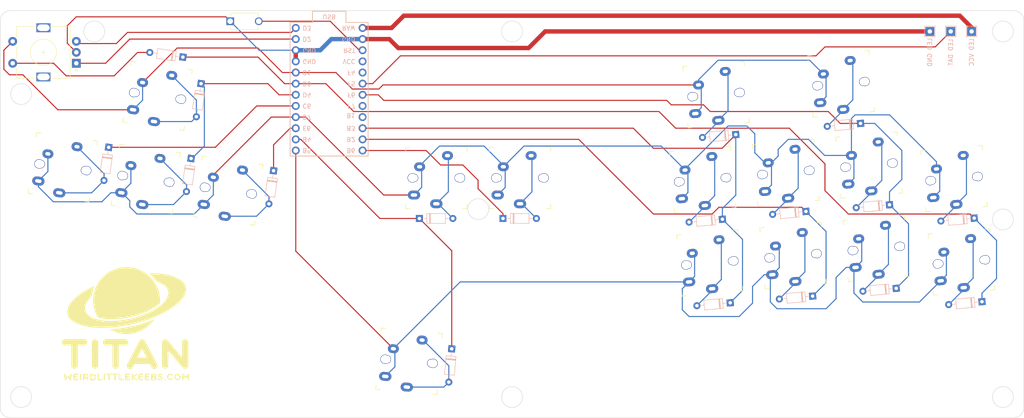
<source format=kicad_pcb>
(kicad_pcb (version 20211014) (generator pcbnew)
  (layers (0 "F.Cu" signal) (31 "B.Cu" signal) (34 "B.Paste" user) (35 "F.Paste" user) (36 "B.SilkS" user "B.Silkscreen") (37 "F.SilkS" user "F.Silkscreen") (38 "B.Mask" user) (39 "F.Mask" user) (44 "Edge.Cuts" user))
  (net 0 "")
  (net 1 "COL0")
  (net 2 "Net-(D1-Pad2)")
  (net 3 "COL1")
  (net 4 "Net-(D7-Pad2)")
  (net 5 "COL2")
  (net 6 "Net-(D11-Pad2)")
  (net 7 "COL3")
  (net 8 "Net-(D16-Pad2)")
  (net 9 "Net-(D17-Pad2)")
  (net 10 "COL4")
  (net 11 "Net-(D20-Pad2)")
  (net 12 "COL5")
  (net 13 "Net-(D24-Pad2)")
  (net 14 "Net-(D25-Pad2)")
  (net 15 "Net-(D26-Pad2)")
  (net 16 "COL6")
  (net 17 "Net-(D29-Pad2)")
  (net 18 "Net-(D30-Pad2)")
  (net 19 "COL7")
  (net 20 "Net-(D32-Pad2)")
  (net 21 "Net-(D33-Pad2)")
  (net 22 "Net-(D34-Pad2)")
  (net 23 "COL8")
  (net 24 "Net-(D37-Pad2)")
  (net 25 "Net-(D38-Pad2)")
  (net 26 "COL9")
  (net 27 "GND")
  (net 28 "+5V")
  (net 29 "LED_DAT")
  (net 30 "RESET")
  (net 31 "ROW0")
  (net 32 "ROW2")
  (net 33 "ROW1")
  (net 34 "ROW3")
  (net 35 "ENC_A")
  (net 36 "ENC_B")
  (net 39 "Net-(D3-Pad2)")
  (net 40 "Net-(D2-Pad2)")
  (footprint "FOOTPRINTS:CherryMX_Choc_1u" (layer "F.Cu") (at 94.869 81.534 -8)
    (fp_text reference "SW12" hide)
    (fp_text value "RIGHT" hide)
  )
  (footprint "FOOTPRINTS:CherryMX_Choc_1u" (layer "F.Cu") (at 136.0678 120.4468 -5)
    (fp_text reference "SW18" hide)
    (fp_text value "JUMP" hide)
  )
  (footprint "FOOTPRINTS:ProMicro" (layer "F.Cu") (at 117.856 58.42 -90)
    (fp_text reference "U1" hide)
    (fp_text value "ProMicro")
  )
  (footprint "FOOTPRINTS:1825965-1" (layer "F.Cu") (at 101.8032 42.926)
    (fp_text reference "SW1")
    (fp_text value "RESET")
  )
  (footprint "FOOTPRINTS:CherryMX_Choc_1u" (layer "F.Cu") (at 234.5436 57.15 5)
    (fp_text reference "SW33" hide)
    (fp_text value "R1" hide)
  )
  (footprint "FOOTPRINTS:CherryMX_Choc_1u" (layer "F.Cu") (at 242.5954 94.7166 5)
    (fp_text reference "SW35" hide)
    (fp_text value "C" hide)
  )
  (footprint "FOOTPRINTS:CherryMX_Choc_1u" (layer "F.Cu") (at 142.2908 78.6384)
    (fp_text reference "SW17" hide)
    (fp_text value "ESC" hide)
  )
  (footprint "Rotary_Encoder:RotaryEncoder_Alps_EC11E-Switch_Vertical_H20mm" (layer "F.Cu") (at 60.209 52.50625 180)
    (fp_text reference "SW4")
    (fp_text value "RotaryEncoder_Switch")
  )
  (footprint "FOOTPRINTS:CherryMX_Choc_1u" (layer "F.Cu") (at 76.073 78.867 -8)
    (fp_text reference "SW8" hide)
    (fp_text value "DWN" hide)
  )
  (footprint "FOOTPRINTS:CherryMX_Choc_1u" (layer "F.Cu") (at 262.001 97.7646 5)
    (fp_text reference "SW39" hide)
    (fp_text value "R2" hide)
  )
  (footprint "FOOTPRINTS:CherryMX_Choc_1u" (layer "F.Cu") (at 202.9968 79.0448 5)
    (fp_text reference "SW26" hide)
    (fp_text value "X" hide)
  )
  (footprint "FOOTPRINTS:CherryMX_Choc_1u" (layer "F.Cu") (at 260.3246 78.7908 5)
    (fp_text reference "SW38" hide)
    (fp_text value "L2" hide)
  )
  (footprint "FOOTPRINTS:CherryMX_Choc_1u" (layer "F.Cu") (at 161.3662 78.6384)
    (fp_text reference "SW21" hide)
    (fp_text value "ENT" hide)
  )
  (footprint "FOOTPRINTS:CherryMX_Choc_1u" (layer "F.Cu") (at 206.0702 59.6392 5)
    (fp_text reference "SW25" hide)
    (fp_text value "L1" hide)
  )
  (footprint "FOOTPRINTS:LOGO M" (layer "F.Cu") (at 71.4375 111.91875)
    (fp_text reference "G***")
    (fp_text value "LOGO" hide)
  )
  (footprint "FOOTPRINTS:CherryMX_Choc_1u" (layer "F.Cu") (at 57.15 76.2 -8)
    (fp_text reference "SW2" hide)
    (fp_text value "LEFT" hide)
  )
  (footprint "FOOTPRINTS:CherryMX_Choc_1u" (layer "F.Cu") (at 204.6478 98.0186 5)
    (fp_text reference "SW27" hide)
    (fp_text value "A" hide)
  )
  (footprint "FOOTPRINTS:CherryMX_Choc_1u" (layer "F.Cu") (at 78.74 59.944 -8)
    (fp_text reference "SW3" hide)
    (fp_text value "UP" hide)
  )
  (footprint "FOOTPRINTS:CherryMX_Choc_1u" (layer "F.Cu") (at 223.6216 96.3676 5)
    (fp_text reference "SW31" hide)
    (fp_text value "B" hide)
  )
  (footprint "FOOTPRINTS:CherryMX_Choc_1u" (layer "F.Cu") (at 240.9444 75.7174 5)
    (fp_text reference "SW34" hide)
    (fp_text value "Z" hide)
  )
  (footprint "FOOTPRINTS:CherryMX_Choc_1u" (layer "F.Cu") (at 221.9706 77.3938 5)
    (fp_text reference "SW30" hide)
    (fp_text value "Y" hide)
  )
  (footprint "Diode_THT:D_DO-35_SOD27_P7.62mm_Horizontal" (layer "B.Cu") (at 157.48 87.884)
    (fp_text reference "D20")
    (fp_text value "D")
  )
  (footprint "Diode_THT:D_DO-35_SOD27_P7.62mm_Horizontal" (layer "B.Cu") (at 266.685502 106.855937 -175)
    (fp_text reference "D38")
    (fp_text value "D")
  )
  (footprint "Diode_THT:D_DO-35_SOD27_P7.62mm_Horizontal" (layer "B.Cu") (at 105.17825 76.999079 -98)
    (fp_text reference "D11")
    (fp_text value "D")
  )
  (footprint "TestPoint:TestPoint_THTPad_2.0x2.0mm_Drill1.0mm" (layer "B.Cu") (at 259.55625 45.24375 180)
    (fp_text reference "J2")
    (fp_text value "LED DAT")
  )
  (footprint "Diode_THT:D_DO-35_SOD27_P7.62mm_Horizontal" (layer "B.Cu") (at 138.43 87.884)
    (fp_text reference "D16")
    (fp_text value "D")
  )
  (footprint "Diode_THT:D_DO-35_SOD27_P7.62mm_Horizontal" (layer "B.Cu") (at 226.553502 86.281937 -175)
    (fp_text reference "D29")
    (fp_text value "D")
  )
  (footprint "Diode_THT:D_DO-35_SOD27_P7.62mm_Horizontal" (layer "B.Cu") (at 247.127502 103.807937 -175)
    (fp_text reference "D34")
    (fp_text value "D")
  )
  (footprint "Diode_THT:D_DO-35_SOD27_P7.62mm_Horizontal" (layer "B.Cu") (at 209.281502 107.109937 -175)
    (fp_text reference "D26")
    (fp_text value "D")
  )
  (footprint "Diode_THT:D_DO-35_SOD27_P7.62mm_Horizontal" (layer "B.Cu") (at 210.551502 68.755937 -175)
    (fp_text reference "D24")
    (fp_text value "D")
  )
  (footprint "Diode_THT:D_DO-35_SOD27_P7.62mm_Horizontal" (layer "B.Cu") (at 88.646 57.15 -98)
    (fp_text reference "D2")
    (fp_text value "D")
  )
  (footprint "Diode_THT:D_DO-35_SOD27_P7.62mm_Horizontal" (layer "B.Cu") (at 84.507843 51.098499 172)
    (fp_text reference "D3")
    (fp_text value "D")
  )
  (footprint "Diode_THT:D_DO-35_SOD27_P7.62mm_Horizontal" (layer "B.Cu") (at 238.999502 66.215937 -175)
    (fp_text reference "D32")
    (fp_text value "D")
  )
  (footprint "Diode_THT:D_DO-35_SOD27_P7.62mm_Horizontal" (layer "B.Cu") (at 86.38225 74.205079 -98)
    (fp_text reference "D7")
    (fp_text value "D")
  )
  (footprint "TestPoint:TestPoint_THTPad_2.0x2.0mm_Drill1.0mm" (layer "B.Cu") (at 264.31875 45.24375 180)
    (fp_text reference "J1")
    (fp_text value "LED VCC")
  )
  (footprint "TestPoint:TestPoint_THTPad_2.0x2.0mm_Drill1.0mm" (layer "B.Cu") (at 254.79375 45.24375 180)
    (fp_text reference "J3")
    (fp_text value "LED GND")
  )
  (footprint "Diode_THT:D_DO-35_SOD27_P7.62mm_Horizontal" (layer "B.Cu") (at 228.077502 105.585936 -175)
    (fp_text reference "D30")
    (fp_text value "D")
  )
  (footprint "Diode_THT:D_DO-35_SOD27_P7.62mm_Horizontal" (layer "B.Cu") (at 145.796 117.602 -95)
    (fp_text reference "D17")
    (fp_text value "D")
  )
  (footprint "Diode_THT:D_DO-35_SOD27_P7.62mm_Horizontal" (layer "B.Cu") (at 264.907502 87.805937 -175)
    (fp_text reference "D37")
    (fp_text value "D")
  )
  (footprint "Diode_THT:D_DO-35_SOD27_P7.62mm_Horizontal" (layer "B.Cu") (at 207.503502 88.059937 -175)
    (fp_text reference "D25")
    (fp_text value "D")
  )
  (footprint "Diode_THT:D_DO-35_SOD27_P7.62mm_Horizontal" (layer "B.Cu") (at 67.58625 71.665079 -98)
    (fp_text reference "D1")
    (fp_text value "D")
  )
  (footprint "Diode_THT:D_DO-35_SOD27_P7.62mm_Horizontal" (layer "B.Cu") (at 245.603502 84.757937 -175)
    (fp_text reference "D33")
    (fp_text value "D")
  )
  (gr_arc (start 273.84375 40.48125) (mid 275.527548 41.178702) (end 276.225 42.8625) (layer "Edge.Cuts") (width 0.1))
  (gr_circle (center 47.625 59.53125) (end 50.0062 59.5313) (layer "Edge.Cuts") (width 0.1) (fill none))
  (gr_circle (center 47.625 128.5875) (end 50.0062 128.58755) (layer "Edge.Cuts") (width 0.1) (fill none))
  (gr_circle (center 271.4625 128.5875) (end 273.8437 128.58755) (layer "Edge.Cuts") (width 0.1) (fill none))
  (gr_circle (center 151.8412 85.7504) (end 154.2224 85.75045) (layer "Edge.Cuts") (width 0.1) (fill none))
  (gr_circle (center 64.29375 45.24375) (end 66.67495 45.2438) (layer "Edge.Cuts") (width 0.1) (fill none))
  (gr_line (start 273.84375 133.35) (end 45.24375 133.35) (layer "Edge.Cuts") (width 0.1))
  (gr_line (start 42.8625 130.96875) (end 42.8625 42.8625) (layer "Edge.Cuts") (width 0.1))
  (gr_circle (center 159.54375 45.24375) (end 161.92495 45.2438) (layer "Edge.Cuts") (width 0.1) (fill none))
  (gr_line (start 45.24375 40.48125) (end 273.84375 40.48125) (layer "Edge.Cuts") (width 0.1))
  (gr_line (start 276.225 42.8625) (end 276.225 130.96875) (layer "Edge.Cuts") (width 0.1))
  (gr_circle (center 159.54375 128.5875) (end 161.92495 128.58755) (layer "Edge.Cuts") (width 0.1) (fill none))
  (gr_arc (start 45.24375 133.35) (mid 43.559952 132.652548) (end 42.8625 130.96875) (layer "Edge.Cuts") (width 0.1))
  (gr_circle (center 271.46245 88.10625) (end 273.84365 88.1063) (layer "Edge.Cuts") (width 0.1) (fill none))
  (gr_arc (start 42.8625 42.8625) (mid 43.559952 41.178702) (end 45.24375 40.48125) (layer "Edge.Cuts") (width 0.1))
  (gr_arc (start 276.225 130.96875) (mid 275.527548 132.652548) (end 273.84375 133.35) (layer "Edge.Cuts") (width 0.1))
  (gr_circle (center 271.4625 45.24375) (end 273.8437 45.2438) (layer "Edge.Cuts") (width 0.1) (fill none))
  (segment (start 67.58625 71.665079) (end 91.910921 71.665079) (width 0.25) (layer "F.Cu") (net 1))
  (segment (start 101.346 62.23) (end 110.236 62.23) (width 0.25) (layer "F.Cu") (net 1))
  (segment (start 91.910921 71.665079) (end 101.346 62.23) (width 0.25) (layer "F.Cu") (net 1))
  (segment (start 56.328879 82.042582) (end 63.694091 82.042582) (width 0.25) (layer "B.Cu") (net 2))
  (segment (start 66.525751 77.676409) (end 66.525751 79.210922) (width 0.25) (layer "B.Cu") (net 2))
  (segment (start 60.37228 71.522938) (end 66.525751 77.676409) (width 0.25) (layer "B.Cu") (net 2))
  (segment (start 63.694091 82.042582) (end 66.525751 79.210922) (width 0.25) (layer "B.Cu") (net 2))
  (segment (start 103.886 57.15) (end 106.426 59.69) (width 0.25) (layer "F.Cu") (net 3))
  (segment (start 106.426 59.69) (end 110.236 59.69) (width 0.25) (layer "F.Cu") (net 3))
  (segment (start 88.646 57.15) (end 103.886 57.15) (width 0.25) (layer "F.Cu") (net 3))
  (segment (start 86.576921 74.205079) (end 89.408 71.374) (width 0.25) (layer "B.Cu") (net 3))
  (segment (start 86.38225 74.205079) (end 86.576921 74.205079) (width 0.25) (layer "B.Cu") (net 3))
  (segment (start 89.408 57.912) (end 88.646 57.15) (width 0.25) (layer "B.Cu") (net 3))
  (segment (start 89.408 71.374) (end 89.408 57.912) (width 0.25) (layer "B.Cu") (net 3))
  (segment (start 82.363091 84.709582) (end 85.321751 81.750922) (width 0.25) (layer "B.Cu") (net 4))
  (segment (start 79.29528 74.189938) (end 85.321751 80.216409) (width 0.25) (layer "B.Cu") (net 4))
  (segment (start 85.321751 80.216409) (end 85.321751 81.750922) (width 0.25) (layer "B.Cu") (net 4))
  (segment (start 75.251879 84.709582) (end 82.363091 84.709582) (width 0.25) (layer "B.Cu") (net 4))
  (segment (start 105.17825 76.999079) (end 105.17825 71.09775) (width 0.25) (layer "F.Cu") (net 5))
  (segment (start 108.966 67.31) (end 110.236 67.31) (width 0.25) (layer "F.Cu") (net 5))
  (segment (start 105.17825 71.09775) (end 108.966 67.31) (width 0.25) (layer "F.Cu") (net 5))
  (segment (start 101.286091 87.376582) (end 104.117751 84.544922) (width 0.25) (layer "B.Cu") (net 6))
  (segment (start 94.047879 87.376582) (end 101.286091 87.376582) (width 0.25) (layer "B.Cu") (net 6))
  (segment (start 98.09128 76.856938) (end 104.117751 82.883409) (width 0.25) (layer "B.Cu") (net 6))
  (segment (start 104.117751 82.883409) (end 104.117751 84.544922) (width 0.25) (layer "B.Cu") (net 6))
  (segment (start 110.236 69.85) (end 111.385099 69.85) (width 0.25) (layer "F.Cu") (net 7))
  (segment (start 129.419099 87.884) (end 138.43 87.884) (width 0.25) (layer "F.Cu") (net 7))
  (segment (start 111.385099 69.85) (end 129.419099 87.884) (width 0.25) (layer "F.Cu") (net 7))
  (segment (start 145.796 95.25) (end 138.43 87.884) (width 0.25) (layer "F.Cu") (net 7))
  (segment (start 145.796 117.602) (end 145.796 95.25) (width 0.25) (layer "F.Cu") (net 7))
  (segment (start 144.8308 73.5584) (end 145.034 73.7616) (width 0.25) (layer "B.Cu") (net 8))
  (segment (start 142.7044 84.5384) (end 142.2908 84.5384) (width 0.25) (layer "B.Cu") (net 8))
  (segment (start 145.034 81.7952) (end 142.2908 84.5384) (width 0.25) (layer "B.Cu") (net 8))
  (segment (start 146.05 87.884) (end 142.7044 84.5384) (width 0.25) (layer "B.Cu") (net 8))
  (segment (start 145.034 73.7616) (end 145.034 81.7952) (width 0.25) (layer "B.Cu") (net 8))
  (segment (start 145.131873 121.471234) (end 145.131873 125.193004) (width 0.25) (layer "B.Cu") (net 9))
  (segment (start 144.000528 126.324349) (end 145.131873 125.193004) (width 0.25) (layer "B.Cu") (net 9))
  (segment (start 135.553581 126.324349) (end 144.000528 126.324349) (width 0.25) (layer "B.Cu") (net 9))
  (segment (start 139.040886 115.607507) (end 139.268146 115.607507) (width 0.25) (layer "B.Cu") (net 9))
  (segment (start 139.268146 115.607507) (end 145.131873 121.471234) (width 0.25) (layer "B.Cu") (net 9))
  (segment (start 143.256 75.692) (end 148.336 75.692) (width 0.25) (layer "F.Cu") (net 10))
  (segment (start 148.336 75.692) (end 151.804983 79.160983) (width 0.25) (layer "F.Cu") (net 10))
  (segment (start 151.804983 79.160983) (end 151.804983 81.110161) (width 0.25) (layer "F.Cu") (net 10))
  (segment (start 139.954 72.39) (end 143.256 75.692) (width 0.25) (layer "F.Cu") (net 10))
  (segment (start 151.804983 81.110161) (end 157.48 86.785178) (width 0.25) (layer "F.Cu") (net 10))
  (segment (start 157.48 86.785178) (end 157.48 87.884) (width 0.25) (layer "F.Cu") (net 10))
  (segment (start 125.476 72.39) (end 139.954 72.39) (width 0.25) (layer "F.Cu") (net 10))
  (segment (start 161.7544 84.5384) (end 161.3662 84.5384) (width 0.25) (layer "B.Cu") (net 11))
  (segment (start 164.084 73.7362) (end 164.084 81.8206) (width 0.25) (layer "B.Cu") (net 11))
  (segment (start 164.084 81.8206) (end 161.3662 84.5384) (width 0.25) (layer "B.Cu") (net 11))
  (segment (start 165.1 87.884) (end 161.7544 84.5384) (width 0.25) (layer "B.Cu") (net 11))
  (segment (start 163.9062 73.5584) (end 164.084 73.7362) (width 0.25) (layer "B.Cu") (net 11))
  (segment (start 187.198 67.31) (end 191.77 71.882) (width 0.25) (layer "F.Cu") (net 12))
  (segment (start 191.77 71.882) (end 207.425439 71.882) (width 0.25) (layer "F.Cu") (net 12))
  (segment (start 125.476 67.31) (end 187.198 67.31) (width 0.25) (layer "F.Cu") (net 12))
  (segment (start 207.425439 71.882) (end 210.551502 68.755937) (width 0.25) (layer "F.Cu") (net 12))
  (segment (start 212.09 92.646435) (end 207.503502 88.059937) (width 0.25) (layer "B.Cu") (net 12))
  (segment (start 210.551502 68.755937) (end 210.551502 82.564498) (width 0.25) (layer "B.Cu") (net 12))
  (segment (start 207.503502 85.612498) (end 207.503502 88.059937) (width 0.25) (layer "B.Cu") (net 12))
  (segment (start 212.09 104.301439) (end 212.09 92.646435) (width 0.25) (layer "B.Cu") (net 12))
  (segment (start 209.281502 107.109937) (end 212.09 104.301439) (width 0.25) (layer "B.Cu") (net 12))
  (segment (start 210.551502 82.564498) (end 207.503502 85.612498) (width 0.25) (layer "B.Cu") (net 12))
  (segment (start 202.960498 69.420064) (end 206.584419 65.796143) (width 0.25) (layer "B.Cu") (net 13))
  (segment (start 208.788 63.313168) (end 206.584419 65.516749) (width 0.25) (layer "B.Cu") (net 13))
  (segment (start 208.157783 54.357155) (end 208.788 54.987372) (width 0.25) (layer "B.Cu") (net 13))
  (segment (start 206.584419 65.796143) (end 206.584419 65.516749) (width 0.25) (layer "B.Cu") (net 13))
  (segment (start 208.788 54.987372) (end 208.788 63.313168) (width 0.25) (layer "B.Cu") (net 13))
  (segment (start 205.084383 73.762755) (end 205.74 74.418372) (width 0.25) (layer "B.Cu") (net 14))
  (segment (start 199.912498 88.724064) (end 203.511019 85.125543) (width 0.25) (layer "B.Cu") (net 14))
  (segment (start 205.74 74.418372) (end 205.74 82.693368) (width 0.25) (layer "B.Cu") (net 14))
  (segment (start 203.511019 85.125543) (end 203.511019 84.922349) (width 0.25) (layer "B.Cu") (net 14))
  (segment (start 205.74 82.693368) (end 203.511019 84.922349) (width 0.25) (layer "B.Cu") (net 14))
  (segment (start 207.264 101.794168) (end 205.162019 103.896149) (width 0.25) (layer "B.Cu") (net 15))
  (segment (start 207.264 93.265172) (end 207.264 101.794168) (width 0.25) (layer "B.Cu") (net 15))
  (segment (start 205.162019 104.302543) (end 205.162019 103.896149) (width 0.25) (layer "B.Cu") (net 15))
  (segment (start 201.690498 107.774064) (end 205.162019 104.302543) (width 0.25) (layer "B.Cu") (net 15))
  (segment (start 206.735383 92.736555) (end 207.264 93.265172) (width 0.25) (layer "B.Cu") (net 15))
  (segment (start 125.476 69.85) (end 174.752 69.85) (width 0.25) (layer "F.Cu") (net 16))
  (segment (start 191.77 86.868) (end 205.174222 86.868) (width 0.25) (layer "F.Cu") (net 16))
  (segment (start 205.174222 86.868) (end 206.698222 85.344) (width 0.25) (layer "F.Cu") (net 16))
  (segment (start 206.698222 85.344) (end 225.615565 85.344) (width 0.25) (layer "F.Cu") (net 16))
  (segment (start 225.615565 85.344) (end 226.553502 86.281937) (width 0.25) (layer "F.Cu") (net 16))
  (segment (start 174.752 69.85) (end 191.77 86.868) (width 0.25) (layer "F.Cu") (net 16))
  (segment (start 228.077502 105.585936) (end 231.14 102.523438) (width 0.25) (layer "B.Cu") (net 16))
  (segment (start 231.14 102.523438) (end 231.14 90.868435) (width 0.25) (layer "B.Cu") (net 16))
  (segment (start 231.14 90.868435) (end 226.553502 86.281937) (width 0.25) (layer "B.Cu") (net 16))
  (segment (start 224.058183 72.111755) (end 224.79 72.843572) (width 0.25) (layer "B.Cu") (net 17))
  (segment (start 224.79 72.843572) (end 224.79 80.966168) (width 0.25) (layer "B.Cu") (net 17))
  (segment (start 222.484819 83.423743) (end 222.484819 83.271349) (width 0.25) (layer "B.Cu") (net 17))
  (segment (start 218.962498 86.946064) (end 222.484819 83.423743) (width 0.25) (layer "B.Cu") (net 17))
  (segment (start 224.79 80.966168) (end 222.484819 83.271349) (width 0.25) (layer "B.Cu") (net 17))
  (segment (start 226.314 91.690372) (end 226.314 100.066968) (width 0.25) (layer "B.Cu") (net 18))
  (segment (start 220.486498 106.250063) (end 224.135819 102.600742) (width 0.25) (layer "B.Cu") (net 18))
  (segment (start 224.135819 102.600742) (end 224.135819 102.245149) (width 0.25) (layer "B.Cu") (net 18))
  (segment (start 226.314 100.066968) (end 224.135819 102.245149) (width 0.25) (layer "B.Cu") (net 18))
  (segment (start 225.709183 91.085555) (end 226.314 91.690372) (width 0.25) (layer "B.Cu") (net 18))
  (segment (start 204.724 63.5) (end 231.648 63.5) (width 0.25) (layer "F.Cu") (net 19))
  (segment (start 195.834 61.976) (end 203.2 61.976) (width 0.25) (layer "F.Cu") (net 19))
  (segment (start 125.476 59.69) (end 129.032 59.69) (width 0.25) (layer "F.Cu") (net 19))
  (segment (start 234.363937 66.215937) (end 238.999502 66.215937) (width 0.25) (layer "F.Cu") (net 19))
  (segment (start 203.2 61.976) (end 204.724 63.5) (width 0.25) (layer "F.Cu") (net 19))
  (segment (start 129.032 59.69) (end 130.302 60.96) (width 0.25) (layer "F.Cu") (net 19))
  (segment (start 130.302 60.96) (end 194.818 60.96) (width 0.25) (layer "F.Cu") (net 19))
  (segment (start 231.648 63.5) (end 234.363937 66.215937) (width 0.25) (layer "F.Cu") (net 19))
  (segment (start 194.818 60.96) (end 195.834 61.976) (width 0.25) (layer "F.Cu") (net 19))
  (segment (start 245.603502 81.802498) (end 245.603502 84.757937) (width 0.25) (layer "B.Cu") (net 19))
  (segment (start 249.936 100.999439) (end 247.127502 103.807937) (width 0.25) (layer "B.Cu") (net 19))
  (segment (start 248.412 72.39) (end 248.412 78.994) (width 0.25) (layer "B.Cu") (net 19))
  (segment (start 245.603502 84.757937) (end 249.936 89.090435) (width 0.25) (layer "B.Cu") (net 19))
  (segment (start 248.412 78.994) (end 245.603502 81.802498) (width 0.25) (layer "B.Cu") (net 19))
  (segment (start 249.936 89.090435) (end 249.936 100.999439) (width 0.25) (layer "B.Cu") (net 19))
  (segment (start 238.999502 66.215937) (end 242.237937 66.215937) (width 0.25) (layer "B.Cu") (net 19))
  (segment (start 242.237937 66.215937) (end 248.412 72.39) (width 0.25) (layer "B.Cu") (net 19))
  (segment (start 235.057819 63.230743) (end 235.057819 63.027549) (width 0.25) (layer "B.Cu") (net 20))
  (segment (start 231.408498 66.880064) (end 235.057819 63.230743) (width 0.25) (layer "B.Cu") (net 20))
  (segment (start 237.236 60.849368) (end 235.057819 63.027549) (width 0.25) (layer "B.Cu") (net 20))
  (segment (start 236.631183 51.867955) (end 237.236 52.472772) (width 0.25) (layer "B.Cu") (net 20))
  (segment (start 237.236 52.472772) (end 237.236 60.849368) (width 0.25) (layer "B.Cu") (net 20))
  (segment (start 238.012498 85.422064) (end 241.458619 81.975943) (width 0.25) (layer "B.Cu") (net 21))
  (segment (start 243.031983 70.435355) (end 243.84 71.243372) (width 0.25) (layer "B.Cu") (net 21))
  (segment (start 243.84 79.213568) (end 241.458619 81.594949) (width 0.25) (layer "B.Cu") (net 21))
  (segment (start 241.458619 81.975943) (end 241.458619 81.594949) (width 0.25) (layer "B.Cu") (net 21))
  (segment (start 243.84 71.243372) (end 243.84 79.213568) (width 0.25) (layer "B.Cu") (net 21))
  (segment (start 243.109619 100.898943) (end 243.109619 100.594149) (width 0.25) (layer "B.Cu") (net 22))
  (segment (start 245.364 90.115572) (end 245.364 98.339768) (width 0.25) (layer "B.Cu") (net 22))
  (segment (start 245.364 98.339768) (end 243.109619 100.594149) (width 0.25) (layer "B.Cu") (net 22))
  (segment (start 244.682983 89.434555) (end 245.364 90.115572) (width 0.25) (layer "B.Cu") (net 22))
  (segment (start 239.536498 104.472064) (end 243.109619 100.898943) (width 0.25) (layer "B.Cu") (net 22))
  (segment (start 222.758 67.31) (end 230.886 75.438) (width 0.25) (layer "F.Cu") (net 23))
  (segment (start 263.969565 86.868) (end 264.907502 87.805937) (width 0.25) (layer "F.Cu") (net 23))
  (segment (start 230.886 81.534) (end 236.22 86.868) (width 0.25) (layer "F.Cu") (net 23))
  (segment (start 84.507843 51.098499) (end 101.644499 51.098499) (width 0.25) (layer "F.Cu") (net 23))
  (segment (start 196.85 67.31) (end 222.758 67.31) (width 0.25) (layer "F.Cu") (net 23))
  (segment (start 230.886 75.438) (end 230.886 81.534) (width 0.25) (layer "F.Cu") (net 23))
  (segment (start 101.644499 51.098499) (end 107.696 57.15) (width 0.25) (layer "F.Cu") (net 23))
  (segment (start 107.696 57.15) (end 110.236 57.15) (width 0.25) (layer "F.Cu") (net 23))
  (segment (start 117.094 57.15) (end 123.444 63.5) (width 0.25) (layer "F.Cu") (net 23))
  (segment (start 236.22 86.868) (end 263.969565 86.868) (width 0.25) (layer "F.Cu") (net 23))
  (segment (start 193.04 63.5) (end 196.85 67.31) (width 0.25) (layer "F.Cu") (net 23))
  (segment (start 123.444 63.5) (end 193.04 63.5) (width 0.25) (layer "F.Cu") (net 23))
  (segment (start 110.236 57.15) (end 117.094 57.15) (width 0.25) (layer "F.Cu") (net 23))
  (segment (start 270.002 92.900435) (end 270.002 101.6) (width 0.25) (layer "B.Cu") (net 23))
  (segment (start 266.685502 104.916498) (end 266.685502 106.855937) (width 0.25) (layer "B.Cu") (net 23))
  (segment (start 270.002 101.6) (end 266.685502 104.916498) (width 0.25) (layer "B.Cu") (net 23))
  (segment (start 264.907502 87.805937) (end 270.002 92.900435) (width 0.25) (layer "B.Cu") (net 23))
  (segment (start 260.838819 84.947743) (end 260.838819 84.668349) (width 0.25) (layer "B.Cu") (net 24))
  (segment (start 263.144 82.363168) (end 260.838819 84.668349) (width 0.25) (layer "B.Cu") (net 24))
  (segment (start 263.144 74.240572) (end 263.144 82.363168) (width 0.25) (layer "B.Cu") (net 24))
  (segment (start 257.316498 88.470064) (end 260.838819 84.947743) (width 0.25) (layer "B.Cu") (net 24))
  (segment (start 262.412183 73.508755) (end 263.144 74.240572) (width 0.25) (layer "B.Cu") (net 24))
  (segment (start 264.088583 92.482555) (end 264.668 93.061972) (width 0.25) (layer "B.Cu") (net 25))
  (segment (start 259.094498 107.520064) (end 262.515219 104.099343) (width 0.25) (layer "B.Cu") (net 25))
  (segment (start 264.668 101.489368) (end 262.515219 103.642149) (width 0.25) (layer "B.Cu") (net 25))
  (segment (start 264.668 93.061972) (end 264.668 101.489368) (width 0.25) (layer "B.Cu") (net 25))
  (segment (start 262.515219 104.099343) (end 262.515219 103.642149) (width 0.25) (layer "B.Cu") (net 25))
  (segment (start 110.236 49.53) (end 110.236 52.07) (width 1) (layer "F.Cu") (net 27))
  (segment (start 167.10025 45.24375) (end 163.322 49.022) (width 1) (layer "F.Cu") (net 27))
  (segment (start 58.166 43.942) (end 60.198 41.91) (width 0.25) (layer "F.Cu") (net 27))
  (segment (start 94.2848 41.91) (end 95.3008 42.926) (width 0.25) (layer "F.Cu") (net 27))
  (segment (start 254.79375 45.24375) (end 167.10025 45.24375) (width 1) (layer "F.Cu") (net 27))
  (segment (start 60.209 50.00625) (end 58.166 47.96325) (width 0.25) (layer "F.Cu") (net 27))
  (segment (start 133.604 49.022) (end 131.572 46.99) (width 1) (layer "F.Cu") (net 27))
  (segment (start 163.322 49.022) (end 133.604 49.022) (width 1) (layer "F.Cu") (net 27))
  (segment (start 131.572 46.99) (end 125.476 46.99) (width 1) (layer "F.Cu") (net 27))
  (segment (start 58.166 47.96325) (end 58.166 43.942) (width 0.25) (layer "F.Cu") (net 27))
  (segment (start 60.198 41.91) (end 94.2848 41.91) (width 0.25) (layer "F.Cu") (net 27))
  (segment (start 101.9048 49.53) (end 110.236 49.53) (width 0.25) (layer "B.Cu") (net 27))
  (segment (start 115.824 49.53) (end 118.364 46.99) (width 1) (layer "B.Cu") (net 27))
  (segment (start 118.364 46.99) (end 125.476 46.99) (width 1) (layer "B.Cu") (net 27))
  (segment (start 110.236 49.53) (end 115.824 49.53) (width 1) (layer "B.Cu") (net 27))
  (segment (start 95.3008 42.926) (end 101.9048 49.53) (width 0.25) (layer "B.Cu") (net 27))
  (segment (start 261.62 41.656) (end 264.31875 44.35475) (width 1) (layer "F.Cu") (net 28))
  (segment (start 132.08 44.45) (end 134.874 41.656) (width 1) (layer "F.Cu") (net 28))
  (segment (start 264.31875 44.35475) (end 264.31875 45.24375) (width 1) (layer "F.Cu") (net 28))
  (segment (start 134.874 41.656) (end 261.62 41.656) (width 1) (layer "F.Cu") (net 28))
  (segment (start 125.476 44.45) (end 132.08 44.45) (width 1) (layer "F.Cu") (net 28))
  (segment (start 256.032 48.768) (end 259.55625 45.24375) (width 0.25) (layer "F.Cu") (net 29))
  (segment (start 134.112 50.8) (end 228.854 50.8) (width 0.25) (layer "F.Cu") (net 29))
  (segment (start 228.854 50.8) (end 230.886 48.768) (width 0.25) (layer "F.Cu") (net 29))
  (segment (start 125.476 57.15) (end 127.762 57.15) (width 0.25) (layer "F.Cu") (net 29))
  (segment (start 230.886 48.768) (end 256.032 48.768) (width 0.25) (layer "F.Cu") (net 29))
  (segment (start 127.762 57.15) (end 134.112 50.8) (width 0.25) (layer "F.Cu") (net 29))
  (segment (start 101.8032 42.926) (end 118.11 42.926) (width 0.25) (layer "F.Cu") (net 30))
  (segment (start 124.714 49.53) (end 125.476 49.53) (width 0.25) (layer "F.Cu") (net 30))
  (segment (start 118.11 42.926) (end 124.714 49.53) (width 0.25) (layer "F.Cu") (net 30))
  (segment (start 119.38 54.61) (end 123.145 58.375) (width 0.25) (layer "F.Cu") (net 31))
  (segment (start 107.188 54.61) (end 101.6 49.022) (width 0.25) (layer "F.Cu") (net 31))
  (segment (start 48.006 55.118) (end 55.984263 63.096263) (width 0.25) (layer "F.Cu") (net 31))
  (segment (start 83.197048 49.022) (end 75.320578 56.89847) (width 0.25) (layer "F.Cu") (net 31))
  (segment (start 130.127904 57.440929) (end 202.053323 57.440929) (width 0.25) (layer "F.Cu") (net 31))
  (segment (start 123.145 58.375) (end 129.193833 58.375) (width 0.25) (layer "F.Cu") (net 31))
  (segment (start 101.6 49.022) (end 83.197048 49.022) (width 0.25) (layer "F.Cu") (net 31))
  (segment (start 55.984263 63.096263) (end 73.146858 63.096263) (width 0.25) (layer "F.Cu") (net 31))
  (segment (start 110.236 54.61) (end 119.38 54.61) (width 0.25) (layer "F.Cu") (net 31))
  (segment (start 44.958 55.118) (end 48.006 55.118) (width 0.25) (layer "F.Cu") (net 31))
  (segment (start 43.688 49.52725) (end 43.688 53.848) (width 0.25) (layer "F.Cu") (net 31))
  (segment (start 110.236 54.61) (end 107.188 54.61) (width 0.25) (layer "F.Cu") (net 31))
  (segment (start 45.709 47.50625) (end 43.688 49.52725) (width 0.25) (layer "F.Cu") (net 31))
  (segment (start 129.193833 58.375) (end 130.127904 57.440929) (width 0.25) (layer "F.Cu") (net 31))
  (segment (start 43.688 53.848) (end 44.958 55.118) (width 0.25) (layer "F.Cu") (net 31))
  (segment (start 206.502 51.816) (end 227.390994 51.816) (width 0.25) (layer "B.Cu") (net 31))
  (segment (start 231.14 55.565006) (end 231.14 60.142568) (width 0.25) (layer "B.Cu") (net 31))
  (segment (start 230.526723 54.951729) (end 231.14 55.565006) (width 0.25) (layer "B.Cu") (net 31))
  (segment (start 202.692 62.606368) (end 201.329514 63.968854) (width 0.25) (layer "B.Cu") (net 31))
  (segment (start 202.053323 57.440929) (end 202.692 58.079606) (width 0.25) (layer "B.Cu") (net 31))
  (segment (start 73.146858 63.096263) (end 75.320578 60.922543) (width 0.25) (layer "B.Cu") (net 31))
  (segment (start 75.320578 60.922543) (end 75.320578 56.89847) (width 0.25) (layer "B.Cu") (net 31))
  (segment (start 202.053323 57.440929) (end 202.053323 56.264677) (width 0.25) (layer "B.Cu") (net 31))
  (segment (start 202.053323 56.264677) (end 206.502 51.816) (width 0.25) (layer "B.Cu") (net 31))
  (segment (start 231.14 60.142568) (end 229.802914 61.479654) (width 0.25) (layer "B.Cu") (net 31))
  (segment (start 227.390994 51.816) (end 230.526723 54.951729) (width 0.25) (layer "B.Cu") (net 31))
  (segment (start 202.692 58.079606) (end 202.692 62.606368) (width 0.25) (layer "B.Cu") (net 31))
  (segment (start 110.236 72.39) (end 110.236 95.326728) (width 0.25) (layer "F.Cu") (net 32))
  (segment (start 110.236 95.326728) (end 132.493674 117.584402) (width 0.25) (layer "F.Cu") (net 32))
  (segment (start 233.426 101.346) (end 235.725746 99.046254) (width 0.25) (layer "B.Cu") (net 32))
  (segment (start 132.842 121.692765) (end 132.842 117.932728) (width 0.25) (layer "B.Cu") (net 32))
  (segment (start 218.44 106.934) (end 219.964 108.458) (width 0.25) (layer "B.Cu") (net 32))
  (segment (start 218.44 101.138168) (end 218.44 106.934) (width 0.25) (layer "B.Cu") (net 32))
  (segment (start 132.842 117.932728) (end 132.493674 117.584402) (width 0.25) (layer "B.Cu") (net 32))
  (segment (start 217.056746 100.697254) (end 214.376 103.378) (width 0.25) (layer "B.Cu") (net 32))
  (segment (start 214.376 107.188) (end 211.328 110.236) (width 0.25) (layer "B.Cu") (net 32))
  (segment (start 258.572 96.154206) (end 258.572 100.782568) (width 0.25) (layer "B.Cu") (net 32))
  (segment (start 198.374 108.712) (end 198.374 103.881368) (width 0.25) (layer "B.Cu") (net 32))
  (segment (start 147.729822 102.348254) (end 132.493674 117.584402) (width 0.25) (layer "B.Cu") (net 32))
  (segment (start 231.14 108.458) (end 233.426 106.172) (width 0.25) (layer "B.Cu") (net 32))
  (segment (start 218.880914 100.697254) (end 217.056746 100.697254) (width 0.25) (layer "B.Cu") (net 32))
  (segment (start 220.472 99.106168) (end 218.880914 100.697254) (width 0.25) (layer "B.Cu") (net 32))
  (segment (start 237.854714 99.046254) (end 237.49 99.410968) (width 0.25) (layer "B.Cu") (net 32))
  (segment (start 201.168 101.087368) (end 199.907114 102.348254) (width 0.25) (layer "B.Cu") (net 32))
  (segment (start 252.420568 106.934) (end 257.260314 102.094254) (width 0.25) (layer "B.Cu") (net 32))
  (segment (start 257.984123 95.566329) (end 258.572 96.154206) (width 0.25) (layer "B.Cu") (net 32))
  (segment (start 214.376 103.378) (end 214.376 107.188) (width 0.25) (layer "B.Cu") (net 32))
  (segment (start 239.268 97.632968) (end 237.854714 99.046254) (width 0.25) (layer "B.Cu") (net 32))
  (segment (start 233.426 106.172) (end 233.426 101.346) (width 0.25) (layer "B.Cu") (net 32))
  (segment (start 239.268 93.207806) (end 239.268 97.632968) (width 0.25) (layer "B.Cu") (net 32))
  (segment (start 199.907114 102.348254) (end 147.729822 102.348254) (width 0.25) (layer "B.Cu") (net 32))
  (segment (start 235.725746 99.046254) (end 237.854714 99.046254) (width 0.25) (layer "B.Cu") (net 32))
  (segment (start 211.328 110.236) (end 199.898 110.236) (width 0.25) (layer "B.Cu") (net 32))
  (segment (start 258.572 100.782568) (end 257.260314 102.094254) (width 0.25) (layer "B.Cu") (net 32))
  (segment (start 237.49 104.902) (end 239.522 106.934) (width 0.25) (layer "B.Cu") (net 32))
  (segment (start 199.898 110.236) (end 198.374 108.712) (width 0.25) (layer "B.Cu") (net 32))
  (segment (start 220.472 95.036606) (end 220.472 99.106168) (width 0.25) (layer "B.Cu") (net 32))
  (segment (start 130.6473 123.887465) (end 132.842 121.692765) (width 0.25) (layer "B.Cu") (net 32))
  (segment (start 219.964 108.458) (end 231.14 108.458) (width 0.25) (layer "B.Cu") (net 32))
  (segment (start 198.374 103.881368) (end 199.907114 102.348254) (width 0.25) (layer "B.Cu") (net 32))
  (segment (start 219.604723 94.169329) (end 220.472 95.036606) (width 0.25) (layer "B.Cu") (net 32))
  (segment (start 200.630923 95.820329) (end 201.168 96.357406) (width 0.25) (layer "B.Cu") (net 32))
  (segment (start 218.880914 100.697254) (end 218.44 101.138168) (width 0.25) (layer "B.Cu") (net 32))
  (segment (start 201.168 96.357406) (end 201.168 101.087368) (width 0.25) (layer "B.Cu") (net 32))
  (segment (start 239.522 106.934) (end 252.420568 106.934) (width 0.25) (layer "B.Cu") (net 32))
  (segment (start 237.49 99.410968) (end 237.49 104.902) (width 0.25) (layer "B.Cu") (net 32))
  (segment (start 238.578523 92.518329) (end 239.268 93.207806) (width 0.25) (layer "B.Cu") (net 32))
  (segment (start 91.449578 77.968422) (end 91.449578 78.48847) (width 0.25) (layer "F.Cu") (net 33))
  (segment (start 130.2904 82.5384) (end 137.1908 82.5384) (width 0.25) (layer "F.Cu") (net 33))
  (segment (start 104.648 64.77) (end 91.449578 77.968422) (width 0.25) (layer "F.Cu") (net 33))
  (segment (start 110.236 64.77) (end 112.522 64.77) (width 0.25) (layer "F.Cu") (net 33))
  (segment (start 112.522 64.77) (end 130.2904 82.5384) (width 0.25) (layer "F.Cu") (net 33))
  (segment (start 110.236 64.77) (end 104.648 64.77) (width 0.25) (layer "F.Cu") (net 33))
  (segment (start 214.884 68.58) (end 214.884 72.898) (width 0.25) (layer "B.Cu") (net 33))
  (segment (start 138.4808 76.0984) (end 138.4808 75.8952) (width 0.25) (layer "B.Cu") (net 33))
  (segment (start 54.972926 84.074) (end 66.04 84.074) (width 0.25) (layer "B.Cu") (net 33))
  (segment (start 236.927523 65.078477) (end 237.744 64.262) (width 0.25) (layer "B.Cu") (net 33))
  (segment (start 220.218 73.66) (end 220.218 72.136) (width 0.25) (layer "B.Cu") (net 33))
  (segment (start 208.788 66.802) (end 213.106 66.802) (width 0.25) (layer "B.Cu") (net 33))
  (segment (start 214.884 72.898) (end 217.181529 75.195529) (width 0.25) (layer "B.Cu") (net 33))
  (segment (start 53.730578 77.178543) (end 51.556858 79.352263) (width 0.25) (layer "B.Cu") (net 33))
  (segment (start 198.979923 76.610077) (end 208.788 66.802) (width 0.25) (layer "B.Cu") (net 33))
  (segment (start 162.2806 71.374) (end 193.548 71.374) (width 0.25) (layer "B.Cu") (net 33))
  (segment (start 193.548 71.374) (end 198.979923 76.805923) (width 0.25) (layer "B.Cu") (net 33))
  (segment (start 157.5562 75.7682) (end 157.5562 76.0984) (width 0.25) (layer "B.Cu") (net 33))
  (segment (start 91.449578 78.48847) (end 91.449578 82.512543) (width 0.25) (layer "B.Cu") (net 33))
  (segment (start 218.682471 75.195529) (end 220.218 73.66) (width 0.25) (layer "B.Cu") (net 33))
  (segment (start 70.479858 82.019263) (end 70.589263 82.019263) (width 0.25) (layer "B.Cu") (net 33))
  (segment (start 218.694 80.259368) (end 217.229914 81.723454) (width 0.25) (layer "B.Cu") (net 33))
  (segment (start 157.988 80.8166) (end 156.2662 82.5384) (width 0.25) (layer "B.Cu") (net 33))
  (segment (start 217.181529 75.195529) (end 217.953723 75.195529) (width 0.25) (layer "B.Cu") (net 33))
  (segment (start 51.556858 79.352263) (end 51.556858 80.657932) (width 0.25) (layer "B.Cu") (net 33))
  (segment (start 199.644 81.986568) (end 198.256114 83.374454) (width 0.25) (layer "B.Cu") (net 33))
  (segment (start 72.39 83.82) (end 72.39 85.235074) (width 0.25) (layer "B.Cu") (net 33))
  (segment (start 213.106 66.802) (end 214.884 68.58) (width 0.25) (layer "B.Cu") (net 33))
  (segment (start 138.938 76.5556) (end 138.938 80.7912) (width 0.25) (layer "B.Cu") (net 33))
  (segment (start 217.953723 75.195529) (end 218.682471 75.195529) (width 0.25) (layer "B.Cu") (net 33))
  (segment (start 237.744 64.262) (end 245.618 64.262) (width 0.25) (layer "B.Cu") (net 33))
  (segment (start 72.653578 79.845543) (end 70.479858 82.019263) (width 0.25) (layer "B.Cu") (net 33))
  (segment (start 74.022926 86.868) (end 87.094121 86.868) (width 0.25) (layer "B.Cu") (net 33))
  (segment (start 91.449578 82.512543) (end 89.275858 84.686263) (width 0.25) (layer "B.Cu") (net 33))
  (segment (start 198.979923 76.846529) (end 198.979923 76.610077) (width 0.25) (layer "B.Cu") (net 33))
  (segment (start 72.653578 75.82147) (end 72.653578 79.845543) (width 0.25) (layer "B.Cu") (net 33))
  (segment (start 227.148211 69.85) (end 230.81734 73.519129) (width 0.25) (layer "B.Cu") (net 33))
  (segment (start 198.979923 76.805923) (end 198.979923 76.846529) (width 0.25) (layer "B.Cu") (net 33))
  (segment (start 157.5562 76.0984) (end 157.988 76.5302) (width 0.25) (layer "B.Cu") (net 33))
  (segment (start 256.307723 74.951723) (end 256.307723 76.592529) (width 0.25) (layer "B.Cu") (net 33))
  (segment (start 70.589263 82.019263) (end 72.39 83.82) (width 0.25) (layer "B.Cu") (net 33))
  (segment (start 138.4808 76.0984) (end 138.938 76.5556) (width 0.25) (layer "B.Cu") (net 33))
  (segment (start 218.694 75.935806) (end 218.694 80.259368) (width 0.25) (layer "B.Cu") (net 33))
  (segment (start 51.556858 80.657932) (end 54.972926 84.074) (width 0.25) (layer "B.Cu") (net 33))
  (segment (start 237.49 74.081606) (end 237.49 78.760768) (width 0.25) (layer "B.Cu") (net 33))
  (segment (start 198.979923 76.846529) (end 199.644 77.510606) (width 0.25) (layer "B.Cu") (net 33))
  (segment (start 222.504 69.85) (end 227.148211 69.85) (width 0.25) (layer "B.Cu") (net 33))
  (segment (start 157.5562 76.0984) (end 162.2806 71.374) (width 0.25) (layer "B.Cu") (net 33))
  (segment (start 199.644 77.510606) (end 199.644 81.986568) (width 0.25) (layer "B.Cu") (net 33))
  (segment (start 66.04 84.074) (end 68.094737 82.019263) (width 0.25) (layer "B.Cu") (net 33))
  (segment (start 153.162 71.374) (end 157.5562 75.7682) (width 0.25) (layer "B.Cu") (net 33))
  (segment (start 53.730578 73.15447) (end 53.730578 77.178543) (width 0.25) (layer "B.Cu") (net 33))
  (segment (start 143.002 71.374) (end 153.162 71.374) (width 0.25) (layer "B.Cu") (net 33))
  (segment (start 256.307723 76.592529) (end 257.048 77.332806) (width 0.25) (layer "B.Cu") (net 33))
  (segment (start 237.49 78.760768) (end 236.203714 80.047054) (width 0.25) (layer "B.Cu") (net 33))
  (segment (start 68.094737 82.019263) (end 70.479858 82.019263) (width 0.25) (layer "B.Cu") (net 33))
  (segment (start 245.618 64.262) (end 256.307723 74.951723) (width 0.25) (layer "B.Cu") (net 33))
  (segment (start 87.094121 86.868) (end 89.275858 84.686263) (width 0.25) (layer "B.Cu") (net 33))
  (segment (start 257.048 77.332806) (end 257.048 81.656368) (width 0.25) (layer "B.Cu") (net 33))
  (segment (start 72.39 85.235074) (end 74.022926 86.868) (width 0.25) (layer "B.Cu") (net 33))
  (segment (start 230.81734 73.519129) (end 236.927523 73.519129) (width 0.25) (layer "B.Cu") (net 33))
  (segment (start 157.988 76.5302) (end 157.988 80.8166) (width 0.25) (layer "B.Cu") (net 33))
  (segment (start 257.048 81.656368) (end 255.583914 83.120454) (width 0.25) (layer "B.Cu") (net 33))
  (segment (start 220.218 72.136) (end 222.504 69.85) (width 0.25) (layer "B.Cu") (net 33))
  (segment (start 236.927523 73.519129) (end 237.49 74.081606) (width 0.25) (layer "B.Cu") (net 33))
  (segment (start 138.938 80.7912) (end 137.1908 82.5384) (width 0.25) (layer "B.Cu") (net 33))
  (segment (start 138.4808 75.8952) (end 143.002 71.374) (width 0.25) (layer "B.Cu") (net 33))
  (segment (start 217.953723 75.195529) (end 218.694 75.935806) (width 0.25) (layer "B.Cu") (net 33))
  (segment (start 236.927523 73.519129) (end 236.927523 65.078477) (width 0.25) (layer "B.Cu") (net 33))
  (segment (start 60.209 52.50625) (end 66.87375 52.50625) (width 0.25) (layer "F.Cu") (net 35))
  (segment (start 66.87375 52.50625) (end 72.39 46.99) (width 0.25) (layer "F.Cu") (net 35))
  (segment (start 72.39 46.99) (end 110.236 46.99) (width 0.25) (layer "F.Cu") (net 35))
  (segment (start 71.882 45.466) (end 109.22 45.466) (width 0.25) (layer "F.Cu") (net 36))
  (segment (start 69.342 48.006) (end 71.882 45.466) (width 0.25) (layer "F.Cu") (net 36))
  (segment (start 109.22 45.466) (end 110.236 44.45) (width 0.25) (layer "F.Cu") (net 36))
  (segment (start 60.70875 48.006) (end 69.342 48.006) (width 0.25) (layer "F.Cu") (net 36))
  (segment (start 60.209 47.50625) (end 60.70875 48.006) (width 0.25) (layer "F.Cu") (net 36))
  (segment (start 68.834 55.372) (end 74.168 50.038) (width 0.25) (layer "F.Cu") (net 39))
  (segment (start 74.168 50.038) (end 76.962 50.038) (width 0.25) (layer "F.Cu") (net 39))
  (segment (start 45.709 52.50625) (end 55.04625 52.50625) (width 0.25) (layer "F.Cu") (net 39))
  (segment (start 55.04625 52.50625) (end 57.912 55.372) (width 0.25) (layer "F.Cu") (net 39))
  (segment (start 57.912 55.372) (end 68.834 55.372) (width 0.25) (layer "F.Cu") (net 39))
  (segment (start 87.585501 60.890159) (end 87.585501 64.695843) (width 0.25) (layer "B.Cu") (net 40))
  (segment (start 81.96228 55.266938) (end 87.585501 60.890159) (width 0.25) (layer "B.Cu") (net 40))
  (segment (start 77.918879 65.786582) (end 86.494762 65.786582) (width 0.25) (layer "B.Cu") (net 40))
  (segment (start 86.494762 65.786582) (end 87.585501 64.695843) (width 0.25) (layer "B.Cu") (net 40))
)
</source>
